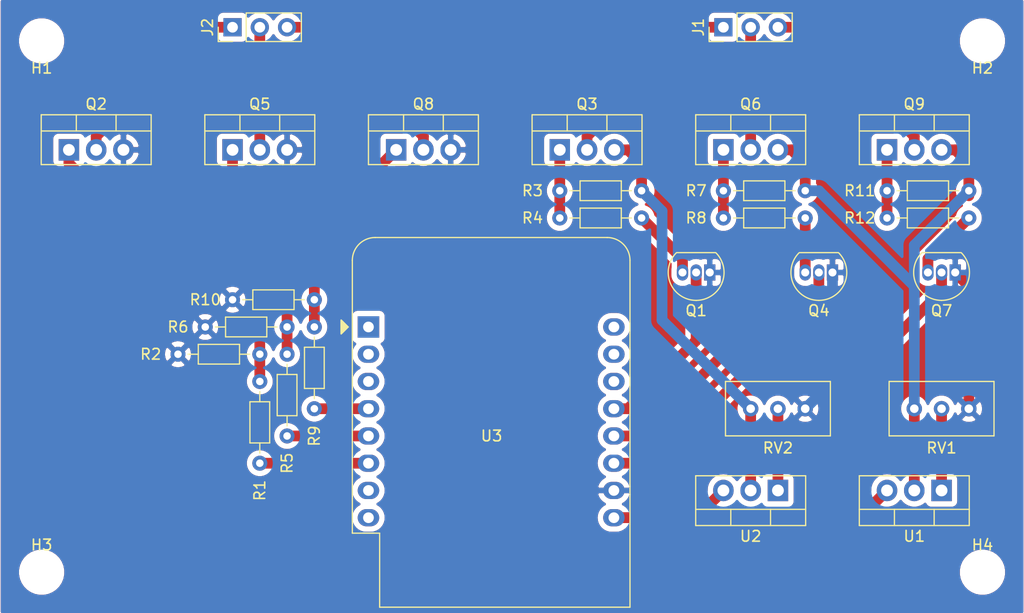
<source format=kicad_pcb>
(kicad_pcb (version 20171130) (host pcbnew "(5.1.9)-1")
  (layers (0 F.Cu signal) (31 B.Cu signal) (34 B.Paste user) (35 F.Paste user) (36 B.SilkS user) (37 F.SilkS user) (38 B.Mask user) (39 F.Mask user) (44 Edge.Cuts user))
  (net 0 "")
  (net 1 headerB)
  (net 2 headerG)
  (net 3 headerR)
  (net 4 headerGND3)
  (net 5 headerGND2)
  (net 6 headerGND1)
  (net 7 GND)
  (net 8 "Net-(Q1-Pad3)")
  (net 9 "Net-(Q1-Pad2)")
  (net 10 2.1v)
  (net 11 "Net-(Q3-Pad1)")
  (net 12 "Net-(Q4-Pad3)")
  (net 13 "Net-(Q4-Pad2)")
  (net 14 3.2v)
  (net 15 "Net-(Q6-Pad1)")
  (net 16 "Net-(Q7-Pad3)")
  (net 17 "Net-(Q7-Pad2)")
  (net 18 "Net-(Q9-Pad1)")
  (net 19 "Net-(R1-Pad2)")
  (net 20 "Net-(R5-Pad2)")
  (net 21 "Net-(R9-Pad2)")
  (net 22 "Net-(RV1-Pad2)")
  (net 23 "Net-(RV2-Pad2)")
  (net 24 5vUSB)
  (net 25 "Net-(U3-Pad16)")
  (net 26 "Net-(U3-Pad15)")
  (net 27 "Net-(U3-Pad14)")
  (net 28 "Net-(U3-Pad8)")
  (net 29 "Net-(U3-Pad7)")
  (net 30 "Net-(U3-Pad3)")
  (net 31 "Net-(U3-Pad1)")
  (net 32 "Net-(U3-Pad2)")
  (net 33 "Net-(Q2-Pad1)")
  (net 34 "Net-(Q5-Pad1)")
  (net 35 "Net-(Q8-Pad1)")
  (module MountingHole:MountingHole_3.2mm_M3 (layer F.Cu) (at 179.07 102.87)
    (fp_text reference H4 (at 0 -2.54) (layer F.SilkS))
    (fp_text value MountingHole)
    (pad 1 np_thru_hole circle (at 0 0) (size 3.2 3.2) (drill 3.2) (layers *.Cu *.Mask))
  )
  (module MountingHole:MountingHole_3.2mm_M3 (layer F.Cu) (at 91.44 102.87)
    (fp_text reference H3 (at 0 -2.54) (layer F.SilkS))
    (fp_text value MountingHole)
    (pad 1 np_thru_hole circle (at 0 0) (size 3.2 3.2) (drill 3.2) (layers *.Cu *.Mask))
  )
  (module MountingHole:MountingHole_3.2mm_M3 (layer F.Cu) (at 179.07 53.34)
    (fp_text reference H2 (at 0 2.54) (layer F.SilkS))
    (fp_text value MountingHole)
    (pad 1 np_thru_hole circle (at 0 0) (size 3.2 3.2) (drill 3.2) (layers *.Cu *.Mask))
  )
  (module MountingHole:MountingHole_3.2mm_M3 (layer F.Cu) (at 91.44 53.34)
    (fp_text reference H1 (at 0 2.54) (layer F.SilkS))
    (fp_text value MountingHole)
    (pad 1 np_thru_hole circle (at 0 0) (size 3.2 3.2) (drill 3.2) (layers *.Cu *.Mask))
  )
  (module Package_TO_SOT_THT:TO-220-3_Vertical (layer F.Cu) (at 124.46 63.5)
    (fp_text reference Q8 (at 2.54 -4.27) (layer F.SilkS))
    (fp_text value IRFZ44N)
    (fp_line (start -2.58 -3.27) (end 7.66 -3.27) (layer F.SilkS) (width 0.12))
    (fp_line (start -2.58 1.371) (end 7.66 1.371) (layer F.SilkS) (width 0.12))
    (fp_line (start -2.58 -3.27) (end -2.58 1.371) (layer F.SilkS) (width 0.12))
    (fp_line (start 7.66 -3.27) (end 7.66 1.371) (layer F.SilkS) (width 0.12))
    (fp_line (start -2.58 -1.76) (end 7.66 -1.76) (layer F.SilkS) (width 0.12))
    (fp_line (start 0.69 -3.27) (end 0.69 -1.76) (layer F.SilkS) (width 0.12))
    (fp_line (start 4.391 -3.27) (end 4.391 -1.76) (layer F.SilkS) (width 0.12))
    (pad 3 thru_hole oval (at 5.08 0) (size 1.905 2) (drill 1.1) (layers *.Cu *.Mask) (net 7 GND))
    (pad 2 thru_hole oval (at 2.54 0) (size 1.905 2) (drill 1.1) (layers *.Cu *.Mask) (net 4 headerGND3))
    (pad 1 thru_hole rect (at 0 0) (size 1.905 2) (drill 1.1) (layers *.Cu *.Mask) (net 35 "Net-(Q8-Pad1)"))
  )
  (module Package_TO_SOT_THT:TO-220-3_Vertical (layer F.Cu) (at 109.22 63.5)
    (fp_text reference Q5 (at 2.54 -4.27) (layer F.SilkS))
    (fp_text value IRFZ44N)
    (fp_line (start -2.58 -3.27) (end 7.66 -3.27) (layer F.SilkS) (width 0.12))
    (fp_line (start -2.58 1.371) (end 7.66 1.371) (layer F.SilkS) (width 0.12))
    (fp_line (start -2.58 -3.27) (end -2.58 1.371) (layer F.SilkS) (width 0.12))
    (fp_line (start 7.66 -3.27) (end 7.66 1.371) (layer F.SilkS) (width 0.12))
    (fp_line (start -2.58 -1.76) (end 7.66 -1.76) (layer F.SilkS) (width 0.12))
    (fp_line (start 0.69 -3.27) (end 0.69 -1.76) (layer F.SilkS) (width 0.12))
    (fp_line (start 4.391 -3.27) (end 4.391 -1.76) (layer F.SilkS) (width 0.12))
    (pad 3 thru_hole oval (at 5.08 0) (size 1.905 2) (drill 1.1) (layers *.Cu *.Mask) (net 7 GND))
    (pad 2 thru_hole oval (at 2.54 0) (size 1.905 2) (drill 1.1) (layers *.Cu *.Mask) (net 5 headerGND2))
    (pad 1 thru_hole rect (at 0 0) (size 1.905 2) (drill 1.1) (layers *.Cu *.Mask) (net 34 "Net-(Q5-Pad1)"))
  )
  (module Package_TO_SOT_THT:TO-220-3_Vertical (layer F.Cu) (at 93.98 63.5)
    (fp_text reference Q2 (at 2.54 -4.27) (layer F.SilkS))
    (fp_text value IRFZ44N)
    (fp_line (start -2.58 -3.27) (end 7.66 -3.27) (layer F.SilkS) (width 0.12))
    (fp_line (start -2.58 1.371) (end 7.66 1.371) (layer F.SilkS) (width 0.12))
    (fp_line (start -2.58 -3.27) (end -2.58 1.371) (layer F.SilkS) (width 0.12))
    (fp_line (start 7.66 -3.27) (end 7.66 1.371) (layer F.SilkS) (width 0.12))
    (fp_line (start -2.58 -1.76) (end 7.66 -1.76) (layer F.SilkS) (width 0.12))
    (fp_line (start 0.69 -3.27) (end 0.69 -1.76) (layer F.SilkS) (width 0.12))
    (fp_line (start 4.391 -3.27) (end 4.391 -1.76) (layer F.SilkS) (width 0.12))
    (pad 3 thru_hole oval (at 5.08 0) (size 1.905 2) (drill 1.1) (layers *.Cu *.Mask) (net 7 GND))
    (pad 2 thru_hole oval (at 2.54 0) (size 1.905 2) (drill 1.1) (layers *.Cu *.Mask) (net 6 headerGND1))
    (pad 1 thru_hole rect (at 0 0) (size 1.905 2) (drill 1.1) (layers *.Cu *.Mask) (net 33 "Net-(Q2-Pad1)"))
  )
  (module Module:WEMOS_D1_mini_light (layer F.Cu) (at 121.88 80.01)
    (fp_text reference U3 (at 11.47 10.16) (layer F.SilkS))
    (fp_text value WeMos_D1_mini)
    (fp_arc (start 22.23 -6.21) (end 24.36 -6.21) (angle -90) (layer F.SilkS) (width 0.12))
    (fp_arc (start 0.63 -6.21) (end 0.63 -8.34) (angle -90) (layer F.SilkS) (width 0.12))
    (fp_line (start 1.04 26.12) (end 24.36 26.12) (layer F.SilkS) (width 0.12))
    (fp_line (start -1.5 19.22) (end -1.5 -6.21) (layer F.SilkS) (width 0.12))
    (fp_line (start 24.36 26.12) (end 24.36 -6.21) (layer F.SilkS) (width 0.12))
    (fp_line (start 22.24 -8.34) (end 0.63 -8.34) (layer F.SilkS) (width 0.12))
    (fp_poly (pts (xy -2.54 -0.635) (xy -2.54 0.635) (xy -1.905 0)) (layer F.SilkS) (width 0.15))
    (fp_line (start -1.5 19.22) (end 1.04 19.22) (layer F.SilkS) (width 0.12))
    (fp_line (start 1.04 19.22) (end 1.04 26.12) (layer F.SilkS) (width 0.12))
    (pad 16 thru_hole oval (at 22.86 0) (size 2 1.6) (drill 1) (layers *.Cu *.Mask) (net 25 "Net-(U3-Pad16)"))
    (pad 15 thru_hole oval (at 22.86 2.54) (size 2 1.6) (drill 1) (layers *.Cu *.Mask) (net 26 "Net-(U3-Pad15)"))
    (pad 14 thru_hole oval (at 22.86 5.08) (size 2 1.6) (drill 1) (layers *.Cu *.Mask) (net 27 "Net-(U3-Pad14)"))
    (pad 13 thru_hole oval (at 22.86 7.62) (size 2 1.6) (drill 1) (layers *.Cu *.Mask) (net 9 "Net-(Q1-Pad2)"))
    (pad 12 thru_hole oval (at 22.86 10.16) (size 2 1.6) (drill 1) (layers *.Cu *.Mask) (net 13 "Net-(Q4-Pad2)"))
    (pad 11 thru_hole oval (at 22.86 12.7) (size 2 1.6) (drill 1) (layers *.Cu *.Mask) (net 17 "Net-(Q7-Pad2)"))
    (pad 10 thru_hole oval (at 22.86 15.24) (size 2 1.6) (drill 1) (layers *.Cu *.Mask) (net 7 GND))
    (pad 9 thru_hole oval (at 22.86 17.78) (size 2 1.6) (drill 1) (layers *.Cu *.Mask) (net 24 5vUSB))
    (pad 8 thru_hole oval (at 0 17.78) (size 2 1.6) (drill 1) (layers *.Cu *.Mask) (net 28 "Net-(U3-Pad8)"))
    (pad 7 thru_hole oval (at 0 15.24) (size 2 1.6) (drill 1) (layers *.Cu *.Mask) (net 29 "Net-(U3-Pad7)"))
    (pad 6 thru_hole oval (at 0 12.7) (size 2 1.6) (drill 1) (layers *.Cu *.Mask) (net 19 "Net-(R1-Pad2)"))
    (pad 5 thru_hole oval (at 0 10.16) (size 2 1.6) (drill 1) (layers *.Cu *.Mask) (net 20 "Net-(R5-Pad2)"))
    (pad 4 thru_hole oval (at 0 7.62) (size 2 1.6) (drill 1) (layers *.Cu *.Mask) (net 21 "Net-(R9-Pad2)"))
    (pad 3 thru_hole oval (at 0 5.08) (size 2 1.6) (drill 1) (layers *.Cu *.Mask) (net 30 "Net-(U3-Pad3)"))
    (pad 1 thru_hole rect (at 0 0) (size 2 2) (drill 1) (layers *.Cu *.Mask) (net 31 "Net-(U3-Pad1)"))
    (pad 2 thru_hole oval (at 0 2.54) (size 2 1.6) (drill 1) (layers *.Cu *.Mask) (net 32 "Net-(U3-Pad2)"))
  )
  (module Package_TO_SOT_THT:TO-220-3_Vertical (layer F.Cu) (at 160.02 95.25 180)
    (fp_text reference U2 (at 2.54 -4.27) (layer F.SilkS))
    (fp_text value LM317_TO-220)
    (fp_line (start -2.58 -3.27) (end 7.66 -3.27) (layer F.SilkS) (width 0.12))
    (fp_line (start -2.58 1.371) (end 7.66 1.371) (layer F.SilkS) (width 0.12))
    (fp_line (start -2.58 -3.27) (end -2.58 1.371) (layer F.SilkS) (width 0.12))
    (fp_line (start 7.66 -3.27) (end 7.66 1.371) (layer F.SilkS) (width 0.12))
    (fp_line (start -2.58 -1.76) (end 7.66 -1.76) (layer F.SilkS) (width 0.12))
    (fp_line (start 0.69 -3.27) (end 0.69 -1.76) (layer F.SilkS) (width 0.12))
    (fp_line (start 4.391 -3.27) (end 4.391 -1.76) (layer F.SilkS) (width 0.12))
    (pad 3 thru_hole oval (at 5.08 0 180) (size 1.905 2) (drill 1.1) (layers *.Cu *.Mask) (net 24 5vUSB))
    (pad 2 thru_hole oval (at 2.54 0 180) (size 1.905 2) (drill 1.1) (layers *.Cu *.Mask) (net 10 2.1v))
    (pad 1 thru_hole rect (at 0 0 180) (size 1.905 2) (drill 1.1) (layers *.Cu *.Mask) (net 23 "Net-(RV2-Pad2)"))
  )
  (module Package_TO_SOT_THT:TO-220-3_Vertical (layer F.Cu) (at 175.26 95.25 180)
    (fp_text reference U1 (at 2.54 -4.27) (layer F.SilkS))
    (fp_text value LM317_TO-220)
    (fp_line (start -2.58 -3.27) (end 7.66 -3.27) (layer F.SilkS) (width 0.12))
    (fp_line (start -2.58 1.371) (end 7.66 1.371) (layer F.SilkS) (width 0.12))
    (fp_line (start -2.58 -3.27) (end -2.58 1.371) (layer F.SilkS) (width 0.12))
    (fp_line (start 7.66 -3.27) (end 7.66 1.371) (layer F.SilkS) (width 0.12))
    (fp_line (start -2.58 -1.76) (end 7.66 -1.76) (layer F.SilkS) (width 0.12))
    (fp_line (start 0.69 -3.27) (end 0.69 -1.76) (layer F.SilkS) (width 0.12))
    (fp_line (start 4.391 -3.27) (end 4.391 -1.76) (layer F.SilkS) (width 0.12))
    (pad 3 thru_hole oval (at 5.08 0 180) (size 1.905 2) (drill 1.1) (layers *.Cu *.Mask) (net 24 5vUSB))
    (pad 2 thru_hole oval (at 2.54 0 180) (size 1.905 2) (drill 1.1) (layers *.Cu *.Mask) (net 14 3.2v))
    (pad 1 thru_hole rect (at 0 0 180) (size 1.905 2) (drill 1.1) (layers *.Cu *.Mask) (net 22 "Net-(RV1-Pad2)"))
  )
  (module Potentiometer_THT:Potentiometer_Bourns_3296W_Vertical (layer F.Cu) (at 157.48 87.63 180)
    (fp_text reference RV2 (at -2.54 -3.66) (layer F.SilkS))
    (fp_text value 20KΩ)
    (fp_line (start -7.425 -2.53) (end 2.345 -2.53) (layer F.SilkS) (width 0.12))
    (fp_line (start -7.425 2.54) (end 2.345 2.54) (layer F.SilkS) (width 0.12))
    (fp_line (start -7.425 -2.53) (end -7.425 2.54) (layer F.SilkS) (width 0.12))
    (fp_line (start 2.345 -2.53) (end 2.345 2.54) (layer F.SilkS) (width 0.12))
    (pad 3 thru_hole circle (at -5.08 0 180) (size 1.44 1.44) (drill 0.8) (layers *.Cu *.Mask) (net 7 GND))
    (pad 2 thru_hole circle (at -2.54 0 180) (size 1.44 1.44) (drill 0.8) (layers *.Cu *.Mask) (net 23 "Net-(RV2-Pad2)"))
    (pad 1 thru_hole circle (at 0 0 180) (size 1.44 1.44) (drill 0.8) (layers *.Cu *.Mask) (net 10 2.1v))
  )
  (module Potentiometer_THT:Potentiometer_Bourns_3296W_Vertical (layer F.Cu) (at 172.72 87.63 180)
    (fp_text reference RV1 (at -2.54 -3.66) (layer F.SilkS))
    (fp_text value 20KΩ)
    (fp_line (start -7.425 -2.53) (end 2.345 -2.53) (layer F.SilkS) (width 0.12))
    (fp_line (start -7.425 2.54) (end 2.345 2.54) (layer F.SilkS) (width 0.12))
    (fp_line (start -7.425 -2.53) (end -7.425 2.54) (layer F.SilkS) (width 0.12))
    (fp_line (start 2.345 -2.53) (end 2.345 2.54) (layer F.SilkS) (width 0.12))
    (pad 3 thru_hole circle (at -5.08 0 180) (size 1.44 1.44) (drill 0.8) (layers *.Cu *.Mask) (net 7 GND))
    (pad 2 thru_hole circle (at -2.54 0 180) (size 1.44 1.44) (drill 0.8) (layers *.Cu *.Mask) (net 22 "Net-(RV1-Pad2)"))
    (pad 1 thru_hole circle (at 0 0 180) (size 1.44 1.44) (drill 0.8) (layers *.Cu *.Mask) (net 14 3.2v))
  )
  (module Resistor_THT:R_Axial_DIN0204_L3.6mm_D1.6mm_P7.62mm_Horizontal (layer F.Cu) (at 177.8 69.85 180)
    (fp_text reference R12 (at 10.16 0) (layer F.SilkS))
    (fp_text value 100Ω)
    (fp_line (start 1.89 -0.92) (end 1.89 0.92) (layer F.SilkS) (width 0.12))
    (fp_line (start 1.89 0.92) (end 5.73 0.92) (layer F.SilkS) (width 0.12))
    (fp_line (start 5.73 0.92) (end 5.73 -0.92) (layer F.SilkS) (width 0.12))
    (fp_line (start 5.73 -0.92) (end 1.89 -0.92) (layer F.SilkS) (width 0.12))
    (fp_line (start 0.94 0) (end 1.89 0) (layer F.SilkS) (width 0.12))
    (fp_line (start 6.68 0) (end 5.73 0) (layer F.SilkS) (width 0.12))
    (pad 2 thru_hole oval (at 7.62 0 180) (size 1.4 1.4) (drill 0.7) (layers *.Cu *.Mask) (net 18 "Net-(Q9-Pad1)"))
    (pad 1 thru_hole circle (at 0 0 180) (size 1.4 1.4) (drill 0.7) (layers *.Cu *.Mask) (net 16 "Net-(Q7-Pad3)"))
  )
  (module Resistor_THT:R_Axial_DIN0204_L3.6mm_D1.6mm_P7.62mm_Horizontal (layer F.Cu) (at 170.18 67.31)
    (fp_text reference R11 (at -2.54 0) (layer F.SilkS))
    (fp_text value 10kΩ)
    (fp_line (start 1.89 -0.92) (end 1.89 0.92) (layer F.SilkS) (width 0.12))
    (fp_line (start 1.89 0.92) (end 5.73 0.92) (layer F.SilkS) (width 0.12))
    (fp_line (start 5.73 0.92) (end 5.73 -0.92) (layer F.SilkS) (width 0.12))
    (fp_line (start 5.73 -0.92) (end 1.89 -0.92) (layer F.SilkS) (width 0.12))
    (fp_line (start 0.94 0) (end 1.89 0) (layer F.SilkS) (width 0.12))
    (fp_line (start 6.68 0) (end 5.73 0) (layer F.SilkS) (width 0.12))
    (pad 2 thru_hole oval (at 7.62 0) (size 1.4 1.4) (drill 0.7) (layers *.Cu *.Mask) (net 14 3.2v))
    (pad 1 thru_hole circle (at 0 0) (size 1.4 1.4) (drill 0.7) (layers *.Cu *.Mask) (net 18 "Net-(Q9-Pad1)"))
  )
  (module Resistor_THT:R_Axial_DIN0204_L3.6mm_D1.6mm_P7.62mm_Horizontal (layer F.Cu) (at 109.22 77.47)
    (fp_text reference R10 (at -2.54 0) (layer F.SilkS))
    (fp_text value 10kΩ)
    (fp_line (start 6.68 0) (end 5.73 0) (layer F.SilkS) (width 0.12))
    (fp_line (start 0.94 0) (end 1.89 0) (layer F.SilkS) (width 0.12))
    (fp_line (start 5.73 -0.92) (end 1.89 -0.92) (layer F.SilkS) (width 0.12))
    (fp_line (start 5.73 0.92) (end 5.73 -0.92) (layer F.SilkS) (width 0.12))
    (fp_line (start 1.89 0.92) (end 5.73 0.92) (layer F.SilkS) (width 0.12))
    (fp_line (start 1.89 -0.92) (end 1.89 0.92) (layer F.SilkS) (width 0.12))
    (pad 1 thru_hole circle (at 0 0) (size 1.4 1.4) (drill 0.7) (layers *.Cu *.Mask) (net 7 GND))
    (pad 2 thru_hole oval (at 7.62 0) (size 1.4 1.4) (drill 0.7) (layers *.Cu *.Mask) (net 35 "Net-(Q8-Pad1)"))
  )
  (module Resistor_THT:R_Axial_DIN0204_L3.6mm_D1.6mm_P7.62mm_Horizontal (layer F.Cu) (at 116.84 80.01 270)
    (fp_text reference R9 (at 10.16 0 90) (layer F.SilkS))
    (fp_text value 100Ω)
    (fp_line (start 6.68 0) (end 5.73 0) (layer F.SilkS) (width 0.12))
    (fp_line (start 0.94 0) (end 1.89 0) (layer F.SilkS) (width 0.12))
    (fp_line (start 5.73 -0.92) (end 1.89 -0.92) (layer F.SilkS) (width 0.12))
    (fp_line (start 5.73 0.92) (end 5.73 -0.92) (layer F.SilkS) (width 0.12))
    (fp_line (start 1.89 0.92) (end 5.73 0.92) (layer F.SilkS) (width 0.12))
    (fp_line (start 1.89 -0.92) (end 1.89 0.92) (layer F.SilkS) (width 0.12))
    (pad 1 thru_hole circle (at 0 0 270) (size 1.4 1.4) (drill 0.7) (layers *.Cu *.Mask) (net 35 "Net-(Q8-Pad1)"))
    (pad 2 thru_hole oval (at 7.62 0 270) (size 1.4 1.4) (drill 0.7) (layers *.Cu *.Mask) (net 21 "Net-(R9-Pad2)"))
  )
  (module Resistor_THT:R_Axial_DIN0204_L3.6mm_D1.6mm_P7.62mm_Horizontal (layer F.Cu) (at 162.56 69.85 180)
    (fp_text reference R8 (at 10.16 0) (layer F.SilkS))
    (fp_text value 100Ω)
    (fp_line (start 1.89 -0.92) (end 1.89 0.92) (layer F.SilkS) (width 0.12))
    (fp_line (start 1.89 0.92) (end 5.73 0.92) (layer F.SilkS) (width 0.12))
    (fp_line (start 5.73 0.92) (end 5.73 -0.92) (layer F.SilkS) (width 0.12))
    (fp_line (start 5.73 -0.92) (end 1.89 -0.92) (layer F.SilkS) (width 0.12))
    (fp_line (start 0.94 0) (end 1.89 0) (layer F.SilkS) (width 0.12))
    (fp_line (start 6.68 0) (end 5.73 0) (layer F.SilkS) (width 0.12))
    (pad 2 thru_hole oval (at 7.62 0 180) (size 1.4 1.4) (drill 0.7) (layers *.Cu *.Mask) (net 15 "Net-(Q6-Pad1)"))
    (pad 1 thru_hole circle (at 0 0 180) (size 1.4 1.4) (drill 0.7) (layers *.Cu *.Mask) (net 12 "Net-(Q4-Pad3)"))
  )
  (module Resistor_THT:R_Axial_DIN0204_L3.6mm_D1.6mm_P7.62mm_Horizontal (layer F.Cu) (at 154.94 67.31)
    (fp_text reference R7 (at -2.54 0) (layer F.SilkS))
    (fp_text value 10kΩ)
    (fp_line (start 1.89 -0.92) (end 1.89 0.92) (layer F.SilkS) (width 0.12))
    (fp_line (start 1.89 0.92) (end 5.73 0.92) (layer F.SilkS) (width 0.12))
    (fp_line (start 5.73 0.92) (end 5.73 -0.92) (layer F.SilkS) (width 0.12))
    (fp_line (start 5.73 -0.92) (end 1.89 -0.92) (layer F.SilkS) (width 0.12))
    (fp_line (start 0.94 0) (end 1.89 0) (layer F.SilkS) (width 0.12))
    (fp_line (start 6.68 0) (end 5.73 0) (layer F.SilkS) (width 0.12))
    (pad 2 thru_hole oval (at 7.62 0) (size 1.4 1.4) (drill 0.7) (layers *.Cu *.Mask) (net 14 3.2v))
    (pad 1 thru_hole circle (at 0 0) (size 1.4 1.4) (drill 0.7) (layers *.Cu *.Mask) (net 15 "Net-(Q6-Pad1)"))
  )
  (module Resistor_THT:R_Axial_DIN0204_L3.6mm_D1.6mm_P7.62mm_Horizontal (layer F.Cu) (at 106.68 80.01)
    (fp_text reference R6 (at -2.54 0) (layer F.SilkS))
    (fp_text value 10kΩ)
    (fp_line (start 6.68 0) (end 5.73 0) (layer F.SilkS) (width 0.12))
    (fp_line (start 0.94 0) (end 1.89 0) (layer F.SilkS) (width 0.12))
    (fp_line (start 5.73 -0.92) (end 1.89 -0.92) (layer F.SilkS) (width 0.12))
    (fp_line (start 5.73 0.92) (end 5.73 -0.92) (layer F.SilkS) (width 0.12))
    (fp_line (start 1.89 0.92) (end 5.73 0.92) (layer F.SilkS) (width 0.12))
    (fp_line (start 1.89 -0.92) (end 1.89 0.92) (layer F.SilkS) (width 0.12))
    (pad 1 thru_hole circle (at 0 0) (size 1.4 1.4) (drill 0.7) (layers *.Cu *.Mask) (net 7 GND))
    (pad 2 thru_hole oval (at 7.62 0) (size 1.4 1.4) (drill 0.7) (layers *.Cu *.Mask) (net 34 "Net-(Q5-Pad1)"))
  )
  (module Resistor_THT:R_Axial_DIN0204_L3.6mm_D1.6mm_P7.62mm_Horizontal (layer F.Cu) (at 114.3 82.55 270)
    (fp_text reference R5 (at 10.16 0 90) (layer F.SilkS))
    (fp_text value 100Ω)
    (fp_line (start 6.68 0) (end 5.73 0) (layer F.SilkS) (width 0.12))
    (fp_line (start 0.94 0) (end 1.89 0) (layer F.SilkS) (width 0.12))
    (fp_line (start 5.73 -0.92) (end 1.89 -0.92) (layer F.SilkS) (width 0.12))
    (fp_line (start 5.73 0.92) (end 5.73 -0.92) (layer F.SilkS) (width 0.12))
    (fp_line (start 1.89 0.92) (end 5.73 0.92) (layer F.SilkS) (width 0.12))
    (fp_line (start 1.89 -0.92) (end 1.89 0.92) (layer F.SilkS) (width 0.12))
    (pad 1 thru_hole circle (at 0 0 270) (size 1.4 1.4) (drill 0.7) (layers *.Cu *.Mask) (net 34 "Net-(Q5-Pad1)"))
    (pad 2 thru_hole oval (at 7.62 0 270) (size 1.4 1.4) (drill 0.7) (layers *.Cu *.Mask) (net 20 "Net-(R5-Pad2)"))
  )
  (module Resistor_THT:R_Axial_DIN0204_L3.6mm_D1.6mm_P7.62mm_Horizontal (layer F.Cu) (at 147.32 69.85 180)
    (fp_text reference R4 (at 10.16 0) (layer F.SilkS))
    (fp_text value 100Ω)
    (fp_line (start 1.89 -0.92) (end 1.89 0.92) (layer F.SilkS) (width 0.12))
    (fp_line (start 1.89 0.92) (end 5.73 0.92) (layer F.SilkS) (width 0.12))
    (fp_line (start 5.73 0.92) (end 5.73 -0.92) (layer F.SilkS) (width 0.12))
    (fp_line (start 5.73 -0.92) (end 1.89 -0.92) (layer F.SilkS) (width 0.12))
    (fp_line (start 0.94 0) (end 1.89 0) (layer F.SilkS) (width 0.12))
    (fp_line (start 6.68 0) (end 5.73 0) (layer F.SilkS) (width 0.12))
    (pad 2 thru_hole oval (at 7.62 0 180) (size 1.4 1.4) (drill 0.7) (layers *.Cu *.Mask) (net 11 "Net-(Q3-Pad1)"))
    (pad 1 thru_hole circle (at 0 0 180) (size 1.4 1.4) (drill 0.7) (layers *.Cu *.Mask) (net 8 "Net-(Q1-Pad3)"))
  )
  (module Resistor_THT:R_Axial_DIN0204_L3.6mm_D1.6mm_P7.62mm_Horizontal (layer F.Cu) (at 139.7 67.31)
    (fp_text reference R3 (at -2.54 0) (layer F.SilkS))
    (fp_text value 10kΩ)
    (fp_line (start 1.89 -0.92) (end 1.89 0.92) (layer F.SilkS) (width 0.12))
    (fp_line (start 1.89 0.92) (end 5.73 0.92) (layer F.SilkS) (width 0.12))
    (fp_line (start 5.73 0.92) (end 5.73 -0.92) (layer F.SilkS) (width 0.12))
    (fp_line (start 5.73 -0.92) (end 1.89 -0.92) (layer F.SilkS) (width 0.12))
    (fp_line (start 0.94 0) (end 1.89 0) (layer F.SilkS) (width 0.12))
    (fp_line (start 6.68 0) (end 5.73 0) (layer F.SilkS) (width 0.12))
    (pad 2 thru_hole oval (at 7.62 0) (size 1.4 1.4) (drill 0.7) (layers *.Cu *.Mask) (net 10 2.1v))
    (pad 1 thru_hole circle (at 0 0) (size 1.4 1.4) (drill 0.7) (layers *.Cu *.Mask) (net 11 "Net-(Q3-Pad1)"))
  )
  (module Resistor_THT:R_Axial_DIN0204_L3.6mm_D1.6mm_P7.62mm_Horizontal (layer F.Cu) (at 104.14 82.55)
    (fp_text reference R2 (at -2.54 0) (layer F.SilkS))
    (fp_text value 10kΩ)
    (fp_line (start 6.68 0) (end 5.73 0) (layer F.SilkS) (width 0.12))
    (fp_line (start 0.94 0) (end 1.89 0) (layer F.SilkS) (width 0.12))
    (fp_line (start 5.73 -0.92) (end 1.89 -0.92) (layer F.SilkS) (width 0.12))
    (fp_line (start 5.73 0.92) (end 5.73 -0.92) (layer F.SilkS) (width 0.12))
    (fp_line (start 1.89 0.92) (end 5.73 0.92) (layer F.SilkS) (width 0.12))
    (fp_line (start 1.89 -0.92) (end 1.89 0.92) (layer F.SilkS) (width 0.12))
    (pad 1 thru_hole circle (at 0 0) (size 1.4 1.4) (drill 0.7) (layers *.Cu *.Mask) (net 7 GND))
    (pad 2 thru_hole oval (at 7.62 0) (size 1.4 1.4) (drill 0.7) (layers *.Cu *.Mask) (net 33 "Net-(Q2-Pad1)"))
  )
  (module Resistor_THT:R_Axial_DIN0204_L3.6mm_D1.6mm_P7.62mm_Horizontal (layer F.Cu) (at 111.76 85.09 270)
    (fp_text reference R1 (at 10.16 0 90) (layer F.SilkS))
    (fp_text value 100Ω)
    (fp_line (start 6.68 0) (end 5.73 0) (layer F.SilkS) (width 0.12))
    (fp_line (start 0.94 0) (end 1.89 0) (layer F.SilkS) (width 0.12))
    (fp_line (start 5.73 -0.92) (end 1.89 -0.92) (layer F.SilkS) (width 0.12))
    (fp_line (start 5.73 0.92) (end 5.73 -0.92) (layer F.SilkS) (width 0.12))
    (fp_line (start 1.89 0.92) (end 5.73 0.92) (layer F.SilkS) (width 0.12))
    (fp_line (start 1.89 -0.92) (end 1.89 0.92) (layer F.SilkS) (width 0.12))
    (pad 1 thru_hole circle (at 0 0 270) (size 1.4 1.4) (drill 0.7) (layers *.Cu *.Mask) (net 33 "Net-(Q2-Pad1)"))
    (pad 2 thru_hole oval (at 7.62 0 270) (size 1.4 1.4) (drill 0.7) (layers *.Cu *.Mask) (net 19 "Net-(R1-Pad2)"))
  )
  (module Package_TO_SOT_THT:TO-220-3_Vertical (layer F.Cu) (at 170.18 63.5)
    (fp_text reference Q9 (at 2.54 -4.27) (layer F.SilkS))
    (fp_text value IRF4905)
    (fp_line (start -2.58 -3.27) (end 7.66 -3.27) (layer F.SilkS) (width 0.12))
    (fp_line (start -2.58 1.371) (end 7.66 1.371) (layer F.SilkS) (width 0.12))
    (fp_line (start -2.58 -3.27) (end -2.58 1.371) (layer F.SilkS) (width 0.12))
    (fp_line (start 7.66 -3.27) (end 7.66 1.371) (layer F.SilkS) (width 0.12))
    (fp_line (start -2.58 -1.76) (end 7.66 -1.76) (layer F.SilkS) (width 0.12))
    (fp_line (start 0.69 -3.27) (end 0.69 -1.76) (layer F.SilkS) (width 0.12))
    (fp_line (start 4.391 -3.27) (end 4.391 -1.76) (layer F.SilkS) (width 0.12))
    (pad 3 thru_hole oval (at 5.08 0) (size 1.905 2) (drill 1.1) (layers *.Cu *.Mask) (net 14 3.2v))
    (pad 2 thru_hole oval (at 2.54 0) (size 1.905 2) (drill 1.1) (layers *.Cu *.Mask) (net 1 headerB))
    (pad 1 thru_hole rect (at 0 0) (size 1.905 2) (drill 1.1) (layers *.Cu *.Mask) (net 18 "Net-(Q9-Pad1)"))
  )
  (module Package_TO_SOT_THT:TO-92_Inline (layer F.Cu) (at 176.53 74.93 180)
    (fp_text reference Q7 (at 1.27 -3.56) (layer F.SilkS))
    (fp_text value 2N3904)
    (fp_arc (start 1.27 0) (end 1.27 -2.6) (angle 135) (layer F.SilkS) (width 0.12))
    (fp_arc (start 1.27 0) (end 1.27 -2.6) (angle -135) (layer F.SilkS) (width 0.12))
    (fp_line (start -0.53 1.85) (end 3.07 1.85) (layer F.SilkS) (width 0.12))
    (pad 1 thru_hole rect (at 0 0 180) (size 1.05 1.5) (drill 0.75) (layers *.Cu *.Mask) (net 7 GND))
    (pad 3 thru_hole oval (at 2.54 0 180) (size 1.05 1.5) (drill 0.75) (layers *.Cu *.Mask) (net 16 "Net-(Q7-Pad3)"))
    (pad 2 thru_hole oval (at 1.27 0 180) (size 1.05 1.5) (drill 0.75) (layers *.Cu *.Mask) (net 17 "Net-(Q7-Pad2)"))
  )
  (module Package_TO_SOT_THT:TO-220-3_Vertical (layer F.Cu) (at 154.94 63.5)
    (fp_text reference Q6 (at 2.54 -4.27) (layer F.SilkS))
    (fp_text value IRF4905)
    (fp_line (start -2.58 -3.27) (end 7.66 -3.27) (layer F.SilkS) (width 0.12))
    (fp_line (start -2.58 1.371) (end 7.66 1.371) (layer F.SilkS) (width 0.12))
    (fp_line (start -2.58 -3.27) (end -2.58 1.371) (layer F.SilkS) (width 0.12))
    (fp_line (start 7.66 -3.27) (end 7.66 1.371) (layer F.SilkS) (width 0.12))
    (fp_line (start -2.58 -1.76) (end 7.66 -1.76) (layer F.SilkS) (width 0.12))
    (fp_line (start 0.69 -3.27) (end 0.69 -1.76) (layer F.SilkS) (width 0.12))
    (fp_line (start 4.391 -3.27) (end 4.391 -1.76) (layer F.SilkS) (width 0.12))
    (pad 3 thru_hole oval (at 5.08 0) (size 1.905 2) (drill 1.1) (layers *.Cu *.Mask) (net 14 3.2v))
    (pad 2 thru_hole oval (at 2.54 0) (size 1.905 2) (drill 1.1) (layers *.Cu *.Mask) (net 2 headerG))
    (pad 1 thru_hole rect (at 0 0) (size 1.905 2) (drill 1.1) (layers *.Cu *.Mask) (net 15 "Net-(Q6-Pad1)"))
  )
  (module Package_TO_SOT_THT:TO-92_Inline (layer F.Cu) (at 165.1 74.93 180)
    (fp_text reference Q4 (at 1.27 -3.56) (layer F.SilkS))
    (fp_text value 2N3904)
    (fp_arc (start 1.27 0) (end 1.27 -2.6) (angle 135) (layer F.SilkS) (width 0.12))
    (fp_arc (start 1.27 0) (end 1.27 -2.6) (angle -135) (layer F.SilkS) (width 0.12))
    (fp_line (start -0.53 1.85) (end 3.07 1.85) (layer F.SilkS) (width 0.12))
    (pad 1 thru_hole rect (at 0 0 180) (size 1.05 1.5) (drill 0.75) (layers *.Cu *.Mask) (net 7 GND))
    (pad 3 thru_hole oval (at 2.54 0 180) (size 1.05 1.5) (drill 0.75) (layers *.Cu *.Mask) (net 12 "Net-(Q4-Pad3)"))
    (pad 2 thru_hole oval (at 1.27 0 180) (size 1.05 1.5) (drill 0.75) (layers *.Cu *.Mask) (net 13 "Net-(Q4-Pad2)"))
  )
  (module Package_TO_SOT_THT:TO-220-3_Vertical (layer F.Cu) (at 139.7 63.5)
    (fp_text reference Q3 (at 2.54 -4.27) (layer F.SilkS))
    (fp_text value IRF4905)
    (fp_line (start -2.58 -3.27) (end 7.66 -3.27) (layer F.SilkS) (width 0.12))
    (fp_line (start -2.58 1.371) (end 7.66 1.371) (layer F.SilkS) (width 0.12))
    (fp_line (start -2.58 -3.27) (end -2.58 1.371) (layer F.SilkS) (width 0.12))
    (fp_line (start 7.66 -3.27) (end 7.66 1.371) (layer F.SilkS) (width 0.12))
    (fp_line (start -2.58 -1.76) (end 7.66 -1.76) (layer F.SilkS) (width 0.12))
    (fp_line (start 0.69 -3.27) (end 0.69 -1.76) (layer F.SilkS) (width 0.12))
    (fp_line (start 4.391 -3.27) (end 4.391 -1.76) (layer F.SilkS) (width 0.12))
    (pad 3 thru_hole oval (at 5.08 0) (size 1.905 2) (drill 1.1) (layers *.Cu *.Mask) (net 10 2.1v))
    (pad 2 thru_hole oval (at 2.54 0) (size 1.905 2) (drill 1.1) (layers *.Cu *.Mask) (net 3 headerR))
    (pad 1 thru_hole rect (at 0 0) (size 1.905 2) (drill 1.1) (layers *.Cu *.Mask) (net 11 "Net-(Q3-Pad1)"))
  )
  (module Package_TO_SOT_THT:TO-92_Inline (layer F.Cu) (at 153.67 74.93 180)
    (fp_text reference Q1 (at 1.27 -3.56) (layer F.SilkS))
    (fp_text value 2N3904)
    (fp_arc (start 1.27 0) (end 1.27 -2.6) (angle 135) (layer F.SilkS) (width 0.12))
    (fp_arc (start 1.27 0) (end 1.27 -2.6) (angle -135) (layer F.SilkS) (width 0.12))
    (fp_line (start -0.53 1.85) (end 3.07 1.85) (layer F.SilkS) (width 0.12))
    (pad 1 thru_hole rect (at 0 0 180) (size 1.05 1.5) (drill 0.75) (layers *.Cu *.Mask) (net 7 GND))
    (pad 3 thru_hole oval (at 2.54 0 180) (size 1.05 1.5) (drill 0.75) (layers *.Cu *.Mask) (net 8 "Net-(Q1-Pad3)"))
    (pad 2 thru_hole oval (at 1.27 0 180) (size 1.05 1.5) (drill 0.75) (layers *.Cu *.Mask) (net 9 "Net-(Q1-Pad2)"))
  )
  (module Connector_PinHeader_2.54mm:PinHeader_1x03_P2.54mm_Vertical (layer F.Cu) (at 109.22 52.07 90)
    (fp_text reference J2 (at 0 -2.33 90) (layer F.SilkS))
    (fp_text value headerGND)
    (fp_line (start -1.33 6.41) (end 1.33 6.41) (layer F.SilkS) (width 0.12))
    (fp_line (start -1.33 1.27) (end -1.33 6.41) (layer F.SilkS) (width 0.12))
    (fp_line (start 1.33 1.27) (end 1.33 6.41) (layer F.SilkS) (width 0.12))
    (fp_line (start -1.33 1.27) (end 1.33 1.27) (layer F.SilkS) (width 0.12))
    (fp_line (start -1.33 0) (end -1.33 -1.33) (layer F.SilkS) (width 0.12))
    (fp_line (start -1.33 -1.33) (end 0 -1.33) (layer F.SilkS) (width 0.12))
    (pad 3 thru_hole oval (at 0 5.08 90) (size 1.7 1.7) (drill 1) (layers *.Cu *.Mask) (net 4 headerGND3))
    (pad 2 thru_hole oval (at 0 2.54 90) (size 1.7 1.7) (drill 1) (layers *.Cu *.Mask) (net 5 headerGND2))
    (pad 1 thru_hole rect (at 0 0 90) (size 1.7 1.7) (drill 1) (layers *.Cu *.Mask) (net 6 headerGND1))
  )
  (module Connector_PinHeader_2.54mm:PinHeader_1x03_P2.54mm_Vertical (layer F.Cu) (at 154.94 52.07 90)
    (fp_text reference J1 (at 0 -2.33 90) (layer F.SilkS))
    (fp_text value headerRGB)
    (fp_line (start -1.33 6.41) (end 1.33 6.41) (layer F.SilkS) (width 0.12))
    (fp_line (start -1.33 1.27) (end -1.33 6.41) (layer F.SilkS) (width 0.12))
    (fp_line (start 1.33 1.27) (end 1.33 6.41) (layer F.SilkS) (width 0.12))
    (fp_line (start -1.33 1.27) (end 1.33 1.27) (layer F.SilkS) (width 0.12))
    (fp_line (start -1.33 0) (end -1.33 -1.33) (layer F.SilkS) (width 0.12))
    (fp_line (start -1.33 -1.33) (end 0 -1.33) (layer F.SilkS) (width 0.12))
    (pad 3 thru_hole oval (at 0 5.08 90) (size 1.7 1.7) (drill 1) (layers *.Cu *.Mask) (net 1 headerB))
    (pad 2 thru_hole oval (at 0 2.54 90) (size 1.7 1.7) (drill 1) (layers *.Cu *.Mask) (net 2 headerG))
    (pad 1 thru_hole rect (at 0 0 90) (size 1.7 1.7) (drill 1) (layers *.Cu *.Mask) (net 3 headerR))
  )
  (segment (start 172.72 63.5) (end 172.72 62.23) (width 1) (layer F.Cu) (net 1))
  (segment (start 162.56 52.07) (end 160.02 52.07) (width 1) (layer F.Cu) (net 1))
  (segment (start 172.72 62.23) (end 162.56 52.07) (width 1) (layer F.Cu) (net 1))
  (segment (start 157.48 63.5) (end 157.48 52.07) (width 1) (layer F.Cu) (net 2))
  (segment (start 142.24 63.5) (end 142.24 62.23) (width 1) (layer F.Cu) (net 3))
  (segment (start 152.4 52.07) (end 154.94 52.07) (width 1) (layer F.Cu) (net 3))
  (segment (start 142.24 62.23) (end 152.4 52.07) (width 1) (layer F.Cu) (net 3))
  (segment (start 114.3 52.07) (end 116.84 52.07) (width 1) (layer F.Cu) (net 4))
  (segment (start 127 62.23) (end 127 63.5) (width 1) (layer F.Cu) (net 4))
  (segment (start 116.84 52.07) (end 127 62.23) (width 1) (layer F.Cu) (net 4))
  (segment (start 111.76 52.07) (end 111.76 63.5) (width 1) (layer F.Cu) (net 5))
  (segment (start 96.52 63.5) (end 96.52 62.23) (width 1) (layer F.Cu) (net 6))
  (segment (start 106.68 52.07) (end 109.22 52.07) (width 1) (layer F.Cu) (net 6))
  (segment (start 96.52 62.23) (end 106.68 52.07) (width 1) (layer F.Cu) (net 6))
  (segment (start 165.1 85.09) (end 162.56 87.63) (width 1) (layer B.Cu) (net 7))
  (segment (start 165.1 74.93) (end 165.1 85.09) (width 1) (layer B.Cu) (net 7))
  (segment (start 177.8 76.2) (end 176.53 74.93) (width 1) (layer F.Cu) (net 7))
  (segment (start 177.8 87.63) (end 177.8 76.2) (width 1) (layer F.Cu) (net 7))
  (segment (start 151.13 73.66) (end 147.32 69.85) (width 1) (layer F.Cu) (net 8))
  (segment (start 151.13 74.93) (end 151.13 73.66) (width 1) (layer F.Cu) (net 8))
  (segment (start 146.05 87.63) (end 144.74 87.63) (width 1) (layer F.Cu) (net 9))
  (segment (start 152.4 81.28) (end 146.05 87.63) (width 1) (layer F.Cu) (net 9))
  (segment (start 152.4 74.93) (end 152.4 81.28) (width 1) (layer F.Cu) (net 9))
  (segment (start 111.76 85.09) (end 111.76 82.55) (width 1) (layer F.Cu) (net 33))
  (segment (start 157.48 87.63) (end 157.48 95.25) (width 1) (layer F.Cu) (net 10))
  (segment (start 144.78 63.5) (end 146.05 63.5) (width 1) (layer F.Cu) (net 10))
  (segment (start 147.32 64.77) (end 147.32 67.31) (width 1) (layer F.Cu) (net 10))
  (segment (start 146.05 63.5) (end 147.32 64.77) (width 1) (layer F.Cu) (net 10))
  (segment (start 149.90499 80.05499) (end 157.48 87.63) (width 1) (layer B.Cu) (net 10))
  (segment (start 149.225 69.215) (end 149.225 79.375) (width 1) (layer B.Cu) (net 10))
  (segment (start 149.225 79.375) (end 149.90499 80.05499) (width 1) (layer B.Cu) (net 10))
  (segment (start 147.32 67.31) (end 149.225 69.215) (width 1) (layer B.Cu) (net 10))
  (segment (start 139.7 63.5) (end 139.7 69.85) (width 1) (layer F.Cu) (net 11))
  (segment (start 162.56 74.93) (end 162.56 69.85) (width 1) (layer F.Cu) (net 12))
  (segment (start 163.83 76.68) (end 163.83 74.93) (width 1) (layer F.Cu) (net 13))
  (segment (start 161.77 78.74) (end 163.83 76.68) (width 1) (layer F.Cu) (net 13))
  (segment (start 147.32 90.17) (end 158.75 78.74) (width 1) (layer F.Cu) (net 13))
  (segment (start 158.75 78.74) (end 161.77 78.74) (width 1) (layer F.Cu) (net 13))
  (segment (start 144.74 90.17) (end 147.32 90.17) (width 1) (layer F.Cu) (net 13))
  (segment (start 114.3 82.55) (end 114.3 80.01) (width 1) (layer F.Cu) (net 34))
  (segment (start 172.72 87.63) (end 172.72 95.25) (width 1) (layer F.Cu) (net 14))
  (segment (start 160.02 63.5) (end 161.29 63.5) (width 1) (layer F.Cu) (net 14))
  (segment (start 162.56 64.77) (end 162.56 67.31) (width 1) (layer F.Cu) (net 14))
  (segment (start 161.29 63.5) (end 162.56 64.77) (width 1) (layer F.Cu) (net 14))
  (segment (start 175.26 63.5) (end 176.53 63.5) (width 1) (layer F.Cu) (net 14))
  (segment (start 176.53 63.5) (end 177.8 64.77) (width 1) (layer F.Cu) (net 14))
  (segment (start 177.8 64.77) (end 177.8 67.31) (width 1) (layer F.Cu) (net 14))
  (segment (start 177.8 67.31) (end 177.8 67.777998) (width 1) (layer F.Cu) (net 14))
  (segment (start 162.56 67.31) (end 163.83 67.31) (width 1) (layer B.Cu) (net 14))
  (segment (start 172.72 76.2) (end 172.72 87.63) (width 1) (layer B.Cu) (net 14))
  (segment (start 163.83 67.31) (end 172.72 76.2) (width 1) (layer B.Cu) (net 14))
  (segment (start 172.72 72.39) (end 172.72 76.2) (width 1) (layer B.Cu) (net 14))
  (segment (start 177.8 67.31) (end 172.72 72.39) (width 1) (layer B.Cu) (net 14))
  (segment (start 154.94 63.5) (end 154.94 69.85) (width 1) (layer F.Cu) (net 15))
  (segment (start 177.8 69.85) (end 173.99 73.66) (width 1) (layer F.Cu) (net 16))
  (segment (start 173.99 73.66) (end 173.99 74.93) (width 1) (layer F.Cu) (net 16))
  (segment (start 148.59 92.71) (end 160.02 81.28) (width 1) (layer F.Cu) (net 17))
  (segment (start 144.74 92.71) (end 148.59 92.71) (width 1) (layer F.Cu) (net 17))
  (segment (start 170.66 81.28) (end 160.02 81.28) (width 1) (layer F.Cu) (net 17))
  (segment (start 175.26 76.68) (end 170.66 81.28) (width 1) (layer F.Cu) (net 17))
  (segment (start 175.26 74.93) (end 175.26 76.68) (width 1) (layer F.Cu) (net 17))
  (segment (start 116.84 80.01) (end 116.84 78.74) (width 1) (layer F.Cu) (net 35))
  (segment (start 116.84 78.74) (end 116.84 77.47) (width 1) (layer F.Cu) (net 35))
  (segment (start 170.18 63.5) (end 170.18 69.85) (width 1) (layer F.Cu) (net 18))
  (segment (start 121.88 92.71) (end 111.76 92.71) (width 1) (layer F.Cu) (net 19))
  (segment (start 121.88 90.17) (end 114.3 90.17) (width 1) (layer F.Cu) (net 20))
  (segment (start 121.88 87.63) (end 116.84 87.63) (width 1) (layer F.Cu) (net 21))
  (segment (start 175.26 87.63) (end 175.26 95.25) (width 1) (layer F.Cu) (net 22))
  (segment (start 160.02 87.63) (end 160.02 95.25) (width 1) (layer F.Cu) (net 23))
  (segment (start 144.74 97.79) (end 146.05 97.79) (width 1) (layer F.Cu) (net 24))
  (segment (start 152.4 97.79) (end 154.94 95.25) (width 1) (layer F.Cu) (net 24))
  (segment (start 144.74 97.79) (end 152.4 97.79) (width 1) (layer F.Cu) (net 24))
  (segment (start 167.64 97.79) (end 170.18 95.25) (width 1) (layer F.Cu) (net 24))
  (segment (start 152.4 97.79) (end 167.64 97.79) (width 1) (layer F.Cu) (net 24))
  (segment (start 95.25 66.04) (end 93.98 64.77) (width 1) (layer F.Cu) (net 33))
  (segment (start 102.87 66.04) (end 95.25 66.04) (width 1) (layer F.Cu) (net 33))
  (segment (start 111.76 74.93) (end 102.87 66.04) (width 1) (layer F.Cu) (net 33))
  (segment (start 93.98 64.77) (end 93.98 63.5) (width 1) (layer F.Cu) (net 33))
  (segment (start 111.76 82.55) (end 111.76 74.93) (width 1) (layer F.Cu) (net 33))
  (segment (start 109.22 66.04) (end 109.22 63.5) (width 1) (layer F.Cu) (net 34))
  (segment (start 114.3 71.12) (end 109.22 66.04) (width 1) (layer F.Cu) (net 34))
  (segment (start 114.3 80.01) (end 114.3 71.12) (width 1) (layer F.Cu) (net 34))
  (segment (start 116.84 71.12) (end 124.46 63.5) (width 1) (layer F.Cu) (net 35))
  (segment (start 116.84 77.47) (end 116.84 71.12) (width 1) (layer F.Cu) (net 35))
  (zone (net 7) (net_name GND) (layer F.Cu) (connect_pads (clearance 0.508)) (min_thickness 0.254) (fill yes (arc_segments 32) (thermal_gap 0.508) (thermal_bridge_width 0.508))
    (polygon (pts (xy 182.88 106.68) (xy 87.63 106.68) (xy 87.63 49.53) (xy 182.88 49.53)))
  )
  (zone (net 7) (net_name GND) (layer B.Cu) (connect_pads (clearance 0.508)) (min_thickness 0.254) (fill yes (arc_segments 32) (thermal_gap 0.508) (thermal_bridge_width 0.508))
    (polygon (pts (xy 182.88 106.68) (xy 87.63 106.68) (xy 87.63 49.53) (xy 182.88 49.53)))
  )
)
</source>
